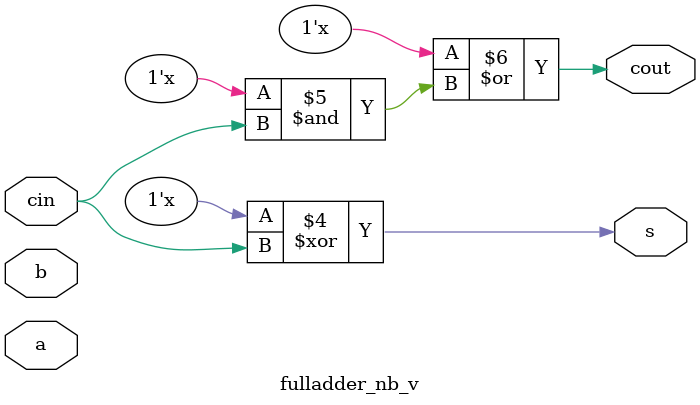
<source format=v>
module fulladder_nb_v 
(
	input a, b, cin,
	output reg s, cout
);

//Because p and g appear on the left hand side of an assignment in an always statement, they must be declared to be reg.
reg p, g;

always @ (*)
begin
	p <= a ^ b; // nonblocking
	g <= a & b; // nonblocking
	
	s <= p ^ cin;
	cout <= g | (p & cin);
end
endmodule
</source>
